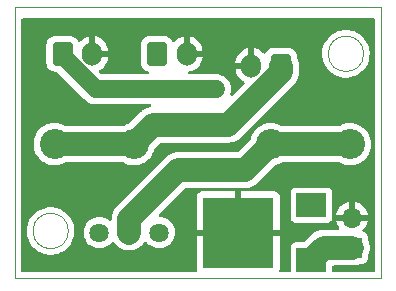
<source format=gtl>
G04 #@! TF.GenerationSoftware,KiCad,Pcbnew,(6.0.0)*
G04 #@! TF.CreationDate,2022-01-28T16:52:25+09:00*
G04 #@! TF.ProjectId,power_module_new_clube_member,706f7765-725f-46d6-9f64-756c655f6e65,rev?*
G04 #@! TF.SameCoordinates,Original*
G04 #@! TF.FileFunction,Copper,L1,Top*
G04 #@! TF.FilePolarity,Positive*
%FSLAX46Y46*%
G04 Gerber Fmt 4.6, Leading zero omitted, Abs format (unit mm)*
G04 Created by KiCad (PCBNEW (6.0.0)) date 2022-01-28 16:52:25*
%MOMM*%
%LPD*%
G01*
G04 APERTURE LIST*
G04 Aperture macros list*
%AMRoundRect*
0 Rectangle with rounded corners*
0 $1 Rounding radius*
0 $2 $3 $4 $5 $6 $7 $8 $9 X,Y pos of 4 corners*
0 Add a 4 corners polygon primitive as box body*
4,1,4,$2,$3,$4,$5,$6,$7,$8,$9,$2,$3,0*
0 Add four circle primitives for the rounded corners*
1,1,$1+$1,$2,$3*
1,1,$1+$1,$4,$5*
1,1,$1+$1,$6,$7*
1,1,$1+$1,$8,$9*
0 Add four rect primitives between the rounded corners*
20,1,$1+$1,$2,$3,$4,$5,0*
20,1,$1+$1,$4,$5,$6,$7,0*
20,1,$1+$1,$6,$7,$8,$9,0*
20,1,$1+$1,$8,$9,$2,$3,0*%
G04 Aperture macros list end*
G04 #@! TA.AperFunction,Profile*
%ADD10C,0.050000*%
G04 #@! TD*
G04 #@! TA.AperFunction,ComponentPad*
%ADD11RoundRect,0.250000X0.600000X0.750000X-0.600000X0.750000X-0.600000X-0.750000X0.600000X-0.750000X0*%
G04 #@! TD*
G04 #@! TA.AperFunction,ComponentPad*
%ADD12O,1.700000X2.000000*%
G04 #@! TD*
G04 #@! TA.AperFunction,ComponentPad*
%ADD13RoundRect,0.250000X-0.600000X-0.750000X0.600000X-0.750000X0.600000X0.750000X-0.600000X0.750000X0*%
G04 #@! TD*
G04 #@! TA.AperFunction,ComponentPad*
%ADD14C,1.635000*%
G04 #@! TD*
G04 #@! TA.AperFunction,ComponentPad*
%ADD15C,2.550000*%
G04 #@! TD*
G04 #@! TA.AperFunction,SMDPad,CuDef*
%ADD16R,6.000000X6.000000*%
G04 #@! TD*
G04 #@! TA.AperFunction,SMDPad,CuDef*
%ADD17R,2.500000X2.000000*%
G04 #@! TD*
G04 #@! TA.AperFunction,ComponentPad*
%ADD18R,1.700000X1.700000*%
G04 #@! TD*
G04 #@! TA.AperFunction,ComponentPad*
%ADD19O,1.700000X1.700000*%
G04 #@! TD*
G04 #@! TA.AperFunction,ViaPad*
%ADD20C,0.800000*%
G04 #@! TD*
G04 #@! TA.AperFunction,Conductor*
%ADD21C,1.500000*%
G04 #@! TD*
G04 #@! TA.AperFunction,Conductor*
%ADD22C,2.000000*%
G04 #@! TD*
G04 APERTURE END LIST*
D10*
X96000000Y-68500000D02*
X96000000Y-69500000D01*
X127000000Y-68500000D02*
X96000000Y-68500000D01*
X127000000Y-69500000D02*
X127000000Y-68500000D01*
X96000000Y-69500000D02*
X96000000Y-91500000D01*
X127000000Y-91500000D02*
X127000000Y-69500000D01*
X96000000Y-91500000D02*
X127000000Y-91500000D01*
X125500000Y-72500000D02*
G75*
G03*
X125500000Y-72500000I-1500000J0D01*
G01*
X100500000Y-87500000D02*
G75*
G03*
X100500000Y-87500000I-1500000J0D01*
G01*
D11*
X118500000Y-73500000D03*
D12*
X116000000Y-73500000D03*
X102500000Y-72500000D03*
D13*
X100000000Y-72500000D03*
X108000000Y-72500000D03*
D12*
X110500000Y-72500000D03*
D14*
X108202500Y-87630000D03*
X105662500Y-87630000D03*
X103122500Y-87630000D03*
D15*
X106035000Y-80145000D03*
X99335000Y-80145000D03*
X117650000Y-80145000D03*
X124350000Y-80145000D03*
D16*
X114880000Y-87630000D03*
D17*
X121080000Y-89930000D03*
X121080000Y-85330000D03*
D18*
X124500000Y-88905000D03*
D19*
X124500000Y-86365000D03*
D20*
X100000000Y-84500000D03*
X123000000Y-75500000D03*
X121080000Y-85330000D03*
X113000000Y-75500000D03*
D21*
X102805095Y-75500000D02*
X113000000Y-75500000D01*
X100000000Y-72694905D02*
X102805095Y-75500000D01*
X100000000Y-72500000D02*
X100000000Y-72694905D01*
D22*
X118500000Y-74048458D02*
X118500000Y-73500000D01*
X107680000Y-78500000D02*
X114048458Y-78500000D01*
X114048458Y-78500000D02*
X118500000Y-74048458D01*
X106035000Y-80145000D02*
X107680000Y-78500000D01*
X122105000Y-88905000D02*
X121080000Y-89930000D01*
X124500000Y-88905000D02*
X122105000Y-88905000D01*
X105662500Y-86473881D02*
X105662500Y-87630000D01*
X109791861Y-82344520D02*
X105662500Y-86473881D01*
X115450480Y-82344520D02*
X109791861Y-82344520D01*
X117650000Y-80145000D02*
X115450480Y-82344520D01*
X117650000Y-80145000D02*
X124350000Y-80145000D01*
X106035000Y-80145000D02*
X99335000Y-80145000D01*
G04 #@! TA.AperFunction,Conductor*
G36*
X126434121Y-69520002D02*
G01*
X126480614Y-69573658D01*
X126492000Y-69626000D01*
X126492000Y-90866000D01*
X126471998Y-90934121D01*
X126418342Y-90980614D01*
X126366000Y-90992000D01*
X122964500Y-90992000D01*
X122896379Y-90971998D01*
X122849886Y-90918342D01*
X122838500Y-90866000D01*
X122838500Y-90539500D01*
X122858502Y-90471379D01*
X122912158Y-90424886D01*
X122964500Y-90413500D01*
X124561001Y-90413500D01*
X124563509Y-90413298D01*
X124563514Y-90413298D01*
X124736924Y-90399346D01*
X124736929Y-90399345D01*
X124741965Y-90398940D01*
X124746873Y-90397734D01*
X124746876Y-90397734D01*
X124972792Y-90342244D01*
X124977706Y-90341037D01*
X124982358Y-90339062D01*
X124982362Y-90339061D01*
X125136776Y-90273516D01*
X125186008Y-90263500D01*
X125398134Y-90263500D01*
X125460316Y-90256745D01*
X125596705Y-90205615D01*
X125713261Y-90118261D01*
X125800615Y-90001705D01*
X125851745Y-89865316D01*
X125858500Y-89803134D01*
X125858500Y-89598793D01*
X125866869Y-89553639D01*
X125950020Y-89337022D01*
X125950021Y-89337018D01*
X125951833Y-89332298D01*
X125964056Y-89273792D01*
X126000440Y-89099631D01*
X126000440Y-89099627D01*
X126001474Y-89094680D01*
X126012486Y-88852183D01*
X126007870Y-88812285D01*
X125985167Y-88616071D01*
X125985166Y-88616067D01*
X125984585Y-88611044D01*
X125970526Y-88561358D01*
X125919866Y-88382331D01*
X125918490Y-88377468D01*
X125916356Y-88372892D01*
X125916354Y-88372886D01*
X125870305Y-88274134D01*
X125858500Y-88220884D01*
X125858500Y-88006866D01*
X125851745Y-87944684D01*
X125800615Y-87808295D01*
X125713261Y-87691739D01*
X125596705Y-87604385D01*
X125477687Y-87559767D01*
X125420923Y-87517125D01*
X125396223Y-87450564D01*
X125411430Y-87381215D01*
X125432977Y-87352535D01*
X125534052Y-87251812D01*
X125540730Y-87243965D01*
X125665003Y-87071020D01*
X125670313Y-87062183D01*
X125764670Y-86871267D01*
X125768469Y-86861672D01*
X125830377Y-86657910D01*
X125832555Y-86647837D01*
X125833986Y-86636962D01*
X125831775Y-86622778D01*
X125818617Y-86619000D01*
X123183225Y-86619000D01*
X123169694Y-86622973D01*
X123168257Y-86632966D01*
X123198565Y-86767446D01*
X123201645Y-86777275D01*
X123281770Y-86974603D01*
X123286413Y-86983794D01*
X123397694Y-87165388D01*
X123403772Y-87173692D01*
X123416168Y-87188002D01*
X123445651Y-87252587D01*
X123435537Y-87322860D01*
X123389036Y-87376508D01*
X123320931Y-87396500D01*
X122129016Y-87396500D01*
X122125498Y-87396451D01*
X122030850Y-87393807D01*
X122030847Y-87393807D01*
X122025795Y-87393666D01*
X121947902Y-87404059D01*
X121941361Y-87404758D01*
X121912668Y-87407067D01*
X121868077Y-87410654D01*
X121868073Y-87410655D01*
X121863035Y-87411060D01*
X121831122Y-87418899D01*
X121817742Y-87421426D01*
X121785180Y-87425771D01*
X121780339Y-87427232D01*
X121780337Y-87427233D01*
X121709971Y-87448478D01*
X121703610Y-87450219D01*
X121627294Y-87468963D01*
X121622634Y-87470941D01*
X121597049Y-87481801D01*
X121584239Y-87486438D01*
X121552792Y-87495933D01*
X121548244Y-87498151D01*
X121548237Y-87498154D01*
X121482182Y-87530371D01*
X121476180Y-87533107D01*
X121449067Y-87544616D01*
X121403844Y-87563812D01*
X121379532Y-87579123D01*
X121376044Y-87581319D01*
X121364140Y-87587945D01*
X121334612Y-87602346D01*
X121330475Y-87605265D01*
X121330474Y-87605265D01*
X121270403Y-87647641D01*
X121264914Y-87651301D01*
X121209245Y-87686358D01*
X121198433Y-87693167D01*
X121194644Y-87696508D01*
X121194638Y-87696512D01*
X121173783Y-87714898D01*
X121163088Y-87723344D01*
X121136253Y-87742274D01*
X121114750Y-87761909D01*
X121075034Y-87801625D01*
X121069264Y-87807044D01*
X121020142Y-87850350D01*
X121020139Y-87850353D01*
X121016345Y-87853698D01*
X121013135Y-87857606D01*
X121013134Y-87857607D01*
X120989821Y-87885989D01*
X120981551Y-87895108D01*
X120492064Y-88384595D01*
X120429752Y-88418621D01*
X120402969Y-88421500D01*
X119781866Y-88421500D01*
X119719684Y-88428255D01*
X119583295Y-88479385D01*
X119466739Y-88566739D01*
X119379385Y-88683295D01*
X119328255Y-88819684D01*
X119321500Y-88881866D01*
X119321500Y-90866000D01*
X119301498Y-90934121D01*
X119247842Y-90980614D01*
X119195500Y-90992000D01*
X118468657Y-90992000D01*
X118400536Y-90971998D01*
X118354043Y-90918342D01*
X118343939Y-90848068D01*
X118350675Y-90821770D01*
X118378478Y-90747606D01*
X118382105Y-90732351D01*
X118387631Y-90681486D01*
X118388000Y-90674672D01*
X118388000Y-87902115D01*
X118383525Y-87886876D01*
X118382135Y-87885671D01*
X118374452Y-87884000D01*
X111390116Y-87884000D01*
X111374877Y-87888475D01*
X111373672Y-87889865D01*
X111372001Y-87897548D01*
X111372001Y-90674669D01*
X111372371Y-90681490D01*
X111377895Y-90732352D01*
X111381521Y-90747603D01*
X111409325Y-90821770D01*
X111414508Y-90892577D01*
X111380587Y-90954946D01*
X111318332Y-90989076D01*
X111291343Y-90992000D01*
X96634000Y-90992000D01*
X96565879Y-90971998D01*
X96519386Y-90918342D01*
X96508000Y-90866000D01*
X96508000Y-87478924D01*
X96987418Y-87478924D01*
X96987835Y-87486150D01*
X97003179Y-87752257D01*
X97004004Y-87756462D01*
X97004005Y-87756470D01*
X97030349Y-87890743D01*
X97055889Y-88020923D01*
X97057276Y-88024974D01*
X97142582Y-88274134D01*
X97144573Y-88279950D01*
X97195630Y-88381465D01*
X97209495Y-88409032D01*
X97267591Y-88524544D01*
X97270017Y-88528073D01*
X97270020Y-88528079D01*
X97355749Y-88652814D01*
X97422666Y-88750179D01*
X97606929Y-88952681D01*
X97816969Y-89128302D01*
X97820595Y-89130577D01*
X97820597Y-89130578D01*
X97838654Y-89141905D01*
X98048901Y-89273792D01*
X98052803Y-89275554D01*
X98052807Y-89275556D01*
X98294520Y-89384694D01*
X98294524Y-89384696D01*
X98298432Y-89386460D01*
X98302551Y-89387680D01*
X98556832Y-89463002D01*
X98556837Y-89463003D01*
X98560945Y-89464220D01*
X98565179Y-89464868D01*
X98565184Y-89464869D01*
X98827340Y-89504984D01*
X98827342Y-89504984D01*
X98831582Y-89505633D01*
X98970913Y-89507822D01*
X99101045Y-89509867D01*
X99101051Y-89509867D01*
X99105336Y-89509934D01*
X99377141Y-89477042D01*
X99641967Y-89407566D01*
X99894914Y-89302792D01*
X100131301Y-89164658D01*
X100346754Y-88995722D01*
X100350072Y-88992299D01*
X100490721Y-88847159D01*
X100537286Y-88799108D01*
X100539819Y-88795660D01*
X100539823Y-88795655D01*
X100696834Y-88581909D01*
X100699372Y-88578454D01*
X100705733Y-88566739D01*
X100827962Y-88341621D01*
X100827963Y-88341619D01*
X100830012Y-88337845D01*
X100926789Y-88081732D01*
X100968973Y-87897548D01*
X100986954Y-87819038D01*
X100986955Y-87819034D01*
X100987912Y-87814854D01*
X100988498Y-87808295D01*
X101004411Y-87630000D01*
X101791435Y-87630000D01*
X101811657Y-87861137D01*
X101813081Y-87866450D01*
X101813081Y-87866452D01*
X101849795Y-88003469D01*
X101871708Y-88085251D01*
X101874030Y-88090232D01*
X101874031Y-88090233D01*
X101960607Y-88275894D01*
X101969764Y-88295532D01*
X102102845Y-88485592D01*
X102266908Y-88649655D01*
X102271416Y-88652812D01*
X102271419Y-88652814D01*
X102350778Y-88708381D01*
X102456967Y-88782736D01*
X102461949Y-88785059D01*
X102461954Y-88785062D01*
X102655420Y-88875276D01*
X102667249Y-88880792D01*
X102672557Y-88882214D01*
X102672559Y-88882215D01*
X102886048Y-88939419D01*
X102886050Y-88939419D01*
X102891363Y-88940843D01*
X103122500Y-88961065D01*
X103353637Y-88940843D01*
X103358950Y-88939419D01*
X103358952Y-88939419D01*
X103572441Y-88882215D01*
X103572443Y-88882214D01*
X103577751Y-88880792D01*
X103589580Y-88875276D01*
X103783046Y-88785062D01*
X103783051Y-88785059D01*
X103788033Y-88782736D01*
X103894222Y-88708381D01*
X103973581Y-88652814D01*
X103973584Y-88652812D01*
X103978092Y-88649655D01*
X104142155Y-88485592D01*
X104178908Y-88433103D01*
X104234365Y-88388774D01*
X104304984Y-88381465D01*
X104368345Y-88413495D01*
X104388741Y-88438231D01*
X104447968Y-88532283D01*
X104447976Y-88532293D01*
X104450667Y-88536567D01*
X104454012Y-88540361D01*
X104607850Y-88714858D01*
X104607853Y-88714861D01*
X104611198Y-88718655D01*
X104615106Y-88721865D01*
X104615107Y-88721866D01*
X104779912Y-88857237D01*
X104798778Y-88872734D01*
X104903678Y-88933788D01*
X104916624Y-88941322D01*
X105008578Y-88994841D01*
X105013301Y-88996654D01*
X105230478Y-89080020D01*
X105230482Y-89080021D01*
X105235202Y-89081833D01*
X105240152Y-89082867D01*
X105240155Y-89082868D01*
X105467869Y-89130440D01*
X105467873Y-89130440D01*
X105472820Y-89131474D01*
X105715317Y-89142486D01*
X105720337Y-89141905D01*
X105720341Y-89141905D01*
X105951429Y-89115167D01*
X105951433Y-89115166D01*
X105956456Y-89114585D01*
X105961320Y-89113209D01*
X105961323Y-89113208D01*
X106185169Y-89049866D01*
X106185168Y-89049866D01*
X106190032Y-89048490D01*
X106194608Y-89046356D01*
X106194614Y-89046354D01*
X106405454Y-88948038D01*
X106405458Y-88948036D01*
X106410036Y-88945901D01*
X106610807Y-88809456D01*
X106787181Y-88642668D01*
X106811360Y-88611044D01*
X106931542Y-88453852D01*
X106931543Y-88453851D01*
X106934620Y-88449826D01*
X106937013Y-88445363D01*
X106939754Y-88441110D01*
X106942433Y-88442837D01*
X106981326Y-88401025D01*
X107050109Y-88383436D01*
X107117483Y-88405827D01*
X107148881Y-88437086D01*
X107182845Y-88485592D01*
X107346908Y-88649655D01*
X107351416Y-88652812D01*
X107351419Y-88652814D01*
X107430778Y-88708381D01*
X107536967Y-88782736D01*
X107541949Y-88785059D01*
X107541954Y-88785062D01*
X107735420Y-88875276D01*
X107747249Y-88880792D01*
X107752557Y-88882214D01*
X107752559Y-88882215D01*
X107966048Y-88939419D01*
X107966050Y-88939419D01*
X107971363Y-88940843D01*
X108202500Y-88961065D01*
X108433637Y-88940843D01*
X108438950Y-88939419D01*
X108438952Y-88939419D01*
X108652441Y-88882215D01*
X108652443Y-88882214D01*
X108657751Y-88880792D01*
X108669580Y-88875276D01*
X108863046Y-88785062D01*
X108863051Y-88785059D01*
X108868033Y-88782736D01*
X108974222Y-88708381D01*
X109053581Y-88652814D01*
X109053584Y-88652812D01*
X109058092Y-88649655D01*
X109222155Y-88485592D01*
X109355236Y-88295532D01*
X109364394Y-88275894D01*
X109450969Y-88090233D01*
X109450970Y-88090232D01*
X109453292Y-88085251D01*
X109475206Y-88003469D01*
X109511919Y-87866452D01*
X109511919Y-87866450D01*
X109513343Y-87861137D01*
X109533565Y-87630000D01*
X109513343Y-87398863D01*
X109506018Y-87371525D01*
X109502363Y-87357885D01*
X111372000Y-87357885D01*
X111376475Y-87373124D01*
X111377865Y-87374329D01*
X111385548Y-87376000D01*
X114607885Y-87376000D01*
X114623124Y-87371525D01*
X114624329Y-87370135D01*
X114626000Y-87362452D01*
X114626000Y-87357885D01*
X115134000Y-87357885D01*
X115138475Y-87373124D01*
X115139865Y-87374329D01*
X115147548Y-87376000D01*
X118369884Y-87376000D01*
X118385123Y-87371525D01*
X118386328Y-87370135D01*
X118387999Y-87362452D01*
X118387999Y-86378134D01*
X119321500Y-86378134D01*
X119328255Y-86440316D01*
X119379385Y-86576705D01*
X119466739Y-86693261D01*
X119583295Y-86780615D01*
X119719684Y-86831745D01*
X119781866Y-86838500D01*
X122378134Y-86838500D01*
X122440316Y-86831745D01*
X122576705Y-86780615D01*
X122693261Y-86693261D01*
X122780615Y-86576705D01*
X122831745Y-86440316D01*
X122838500Y-86378134D01*
X122838500Y-86099183D01*
X123164389Y-86099183D01*
X123165912Y-86107607D01*
X123178292Y-86111000D01*
X124227885Y-86111000D01*
X124243124Y-86106525D01*
X124244329Y-86105135D01*
X124246000Y-86097452D01*
X124246000Y-86092885D01*
X124754000Y-86092885D01*
X124758475Y-86108124D01*
X124759865Y-86109329D01*
X124767548Y-86111000D01*
X125818344Y-86111000D01*
X125831875Y-86107027D01*
X125833180Y-86097947D01*
X125791214Y-85930875D01*
X125787894Y-85921124D01*
X125702972Y-85725814D01*
X125698105Y-85716739D01*
X125582426Y-85537926D01*
X125576136Y-85529757D01*
X125432806Y-85372240D01*
X125425273Y-85365215D01*
X125258139Y-85233222D01*
X125249552Y-85227517D01*
X125063117Y-85124599D01*
X125053705Y-85120369D01*
X124852959Y-85049280D01*
X124842988Y-85046646D01*
X124771837Y-85033972D01*
X124758540Y-85035432D01*
X124754000Y-85049989D01*
X124754000Y-86092885D01*
X124246000Y-86092885D01*
X124246000Y-85048102D01*
X124242082Y-85034758D01*
X124227806Y-85032771D01*
X124189324Y-85038660D01*
X124179288Y-85041051D01*
X123976868Y-85107212D01*
X123967359Y-85111209D01*
X123778463Y-85209542D01*
X123769738Y-85215036D01*
X123599433Y-85342905D01*
X123591726Y-85349748D01*
X123444590Y-85503717D01*
X123438104Y-85511727D01*
X123318098Y-85687649D01*
X123313000Y-85696623D01*
X123223338Y-85889783D01*
X123219775Y-85899470D01*
X123164389Y-86099183D01*
X122838500Y-86099183D01*
X122838500Y-84281866D01*
X122831745Y-84219684D01*
X122780615Y-84083295D01*
X122693261Y-83966739D01*
X122576705Y-83879385D01*
X122440316Y-83828255D01*
X122378134Y-83821500D01*
X119781866Y-83821500D01*
X119719684Y-83828255D01*
X119583295Y-83879385D01*
X119466739Y-83966739D01*
X119379385Y-84083295D01*
X119328255Y-84219684D01*
X119321500Y-84281866D01*
X119321500Y-86378134D01*
X118387999Y-86378134D01*
X118387999Y-84585331D01*
X118387629Y-84578510D01*
X118382105Y-84527648D01*
X118378479Y-84512396D01*
X118333324Y-84391946D01*
X118324786Y-84376351D01*
X118248285Y-84274276D01*
X118235724Y-84261715D01*
X118133649Y-84185214D01*
X118118054Y-84176676D01*
X117997606Y-84131522D01*
X117982351Y-84127895D01*
X117931486Y-84122369D01*
X117924672Y-84122000D01*
X115152115Y-84122000D01*
X115136876Y-84126475D01*
X115135671Y-84127865D01*
X115134000Y-84135548D01*
X115134000Y-87357885D01*
X114626000Y-87357885D01*
X114626000Y-84140116D01*
X114621525Y-84124877D01*
X114620135Y-84123672D01*
X114612452Y-84122001D01*
X111835331Y-84122001D01*
X111828510Y-84122371D01*
X111777648Y-84127895D01*
X111762396Y-84131521D01*
X111641946Y-84176676D01*
X111626351Y-84185214D01*
X111524276Y-84261715D01*
X111511715Y-84274276D01*
X111435214Y-84376351D01*
X111426676Y-84391946D01*
X111381522Y-84512394D01*
X111377895Y-84527649D01*
X111372369Y-84578514D01*
X111372000Y-84585328D01*
X111372000Y-87357885D01*
X109502363Y-87357885D01*
X109454715Y-87180059D01*
X109454714Y-87180057D01*
X109453292Y-87174749D01*
X109448927Y-87165388D01*
X109357559Y-86969449D01*
X109357557Y-86969446D01*
X109355236Y-86964468D01*
X109222155Y-86774408D01*
X109058092Y-86610345D01*
X109053584Y-86607188D01*
X109053581Y-86607186D01*
X108937022Y-86525571D01*
X108868033Y-86477264D01*
X108863051Y-86474941D01*
X108863046Y-86474938D01*
X108662733Y-86381531D01*
X108662732Y-86381530D01*
X108657751Y-86379208D01*
X108652443Y-86377786D01*
X108652441Y-86377785D01*
X108438952Y-86320581D01*
X108438950Y-86320581D01*
X108433637Y-86319157D01*
X108258606Y-86303844D01*
X108192489Y-86277981D01*
X108150850Y-86220477D01*
X108146909Y-86149590D01*
X108180494Y-86089228D01*
X109219734Y-85049989D01*
X110379798Y-83889925D01*
X110442110Y-83855899D01*
X110468893Y-83853020D01*
X115426464Y-83853020D01*
X115429982Y-83853069D01*
X115524630Y-83855713D01*
X115524633Y-83855713D01*
X115529685Y-83855854D01*
X115607578Y-83845461D01*
X115614119Y-83844762D01*
X115642812Y-83842453D01*
X115687403Y-83838866D01*
X115687407Y-83838865D01*
X115692445Y-83838460D01*
X115724358Y-83830621D01*
X115737738Y-83828094D01*
X115770300Y-83823749D01*
X115775141Y-83822288D01*
X115775143Y-83822287D01*
X115845509Y-83801042D01*
X115851872Y-83799301D01*
X115928186Y-83780557D01*
X115958432Y-83767719D01*
X115971243Y-83763081D01*
X115997842Y-83755050D01*
X116002688Y-83753587D01*
X116007236Y-83751369D01*
X116007243Y-83751366D01*
X116073298Y-83719149D01*
X116079300Y-83716413D01*
X116123984Y-83697445D01*
X116151636Y-83685708D01*
X116179436Y-83668201D01*
X116191340Y-83661575D01*
X116220868Y-83647174D01*
X116285080Y-83601877D01*
X116290566Y-83598219D01*
X116352766Y-83559049D01*
X116352767Y-83559048D01*
X116357047Y-83556353D01*
X116360836Y-83553012D01*
X116360842Y-83553008D01*
X116381697Y-83534622D01*
X116392392Y-83526176D01*
X116395343Y-83524094D01*
X116419227Y-83507246D01*
X116440730Y-83487611D01*
X116480446Y-83447895D01*
X116486216Y-83442476D01*
X116535338Y-83399170D01*
X116535341Y-83399167D01*
X116539135Y-83395822D01*
X116565659Y-83363531D01*
X116573929Y-83354412D01*
X118018167Y-81910174D01*
X118075182Y-81877421D01*
X118227756Y-81837252D01*
X118227759Y-81837251D01*
X118232279Y-81836061D01*
X118236576Y-81834215D01*
X118471549Y-81733263D01*
X118471552Y-81733261D01*
X118475838Y-81731420D01*
X118479804Y-81728966D01*
X118479817Y-81728959D01*
X118571286Y-81672356D01*
X118637589Y-81653500D01*
X123355465Y-81653500D01*
X123414130Y-81667991D01*
X123636837Y-81785163D01*
X123641260Y-81786708D01*
X123641261Y-81786708D01*
X123785998Y-81837252D01*
X123887102Y-81872559D01*
X123891695Y-81873431D01*
X124142947Y-81921133D01*
X124142950Y-81921133D01*
X124147536Y-81922004D01*
X124273411Y-81926950D01*
X124407750Y-81932228D01*
X124407755Y-81932228D01*
X124412418Y-81932411D01*
X124515397Y-81921133D01*
X124671275Y-81904062D01*
X124671280Y-81904061D01*
X124675928Y-81903552D01*
X124742250Y-81886091D01*
X124927756Y-81837252D01*
X124927759Y-81837251D01*
X124932279Y-81836061D01*
X124936576Y-81834215D01*
X125171544Y-81733265D01*
X125171548Y-81733263D01*
X125175838Y-81731420D01*
X125278337Y-81667992D01*
X125397282Y-81594387D01*
X125397286Y-81594384D01*
X125401255Y-81591928D01*
X125603577Y-81420649D01*
X125623091Y-81398398D01*
X125775278Y-81224862D01*
X125775281Y-81224857D01*
X125778360Y-81221347D01*
X125803802Y-81181794D01*
X125864671Y-81087161D01*
X125921765Y-80998399D01*
X126030641Y-80756703D01*
X126102596Y-80501570D01*
X126136050Y-80238603D01*
X126138501Y-80145000D01*
X126128568Y-80011334D01*
X126119202Y-79885295D01*
X126119201Y-79885291D01*
X126118856Y-79880643D01*
X126060352Y-79622093D01*
X126050966Y-79597956D01*
X125965968Y-79379383D01*
X125965967Y-79379380D01*
X125964275Y-79375030D01*
X125832735Y-79144883D01*
X125668621Y-78936706D01*
X125475540Y-78755074D01*
X125304617Y-78636500D01*
X125261575Y-78606640D01*
X125261572Y-78606638D01*
X125257733Y-78603975D01*
X125253543Y-78601909D01*
X125253540Y-78601907D01*
X125024172Y-78488796D01*
X125024169Y-78488795D01*
X125019984Y-78486731D01*
X124973097Y-78471722D01*
X124771962Y-78407338D01*
X124771964Y-78407338D01*
X124767517Y-78405915D01*
X124594354Y-78377714D01*
X124510490Y-78364056D01*
X124510489Y-78364056D01*
X124505878Y-78363305D01*
X124373347Y-78361570D01*
X124245492Y-78359896D01*
X124245489Y-78359896D01*
X124240815Y-78359835D01*
X123978150Y-78395582D01*
X123973660Y-78396891D01*
X123973654Y-78396892D01*
X123865430Y-78428437D01*
X123723654Y-78469761D01*
X123719407Y-78471719D01*
X123719404Y-78471720D01*
X123719400Y-78471722D01*
X123482918Y-78580742D01*
X123429336Y-78615872D01*
X123360251Y-78636500D01*
X118644043Y-78636500D01*
X118572224Y-78614028D01*
X118557733Y-78603975D01*
X118553543Y-78601909D01*
X118553540Y-78601907D01*
X118324172Y-78488796D01*
X118324169Y-78488795D01*
X118319984Y-78486731D01*
X118273097Y-78471722D01*
X118071962Y-78407338D01*
X118071964Y-78407338D01*
X118067517Y-78405915D01*
X117894354Y-78377714D01*
X117810490Y-78364056D01*
X117810489Y-78364056D01*
X117805878Y-78363305D01*
X117673347Y-78361570D01*
X117545492Y-78359896D01*
X117545489Y-78359896D01*
X117540815Y-78359835D01*
X117278150Y-78395582D01*
X117273660Y-78396891D01*
X117273654Y-78396892D01*
X117165430Y-78428437D01*
X117023654Y-78469761D01*
X117019407Y-78471719D01*
X117019404Y-78471720D01*
X117019400Y-78471722D01*
X116782918Y-78580742D01*
X116779009Y-78583305D01*
X116565143Y-78723521D01*
X116565138Y-78723525D01*
X116561230Y-78726087D01*
X116363460Y-78902603D01*
X116193954Y-79106412D01*
X116056434Y-79333038D01*
X116054625Y-79337352D01*
X116054624Y-79337354D01*
X115963504Y-79554650D01*
X115953922Y-79577500D01*
X115952771Y-79582032D01*
X115918114Y-79718494D01*
X115885086Y-79776573D01*
X114862544Y-80799115D01*
X114800232Y-80833141D01*
X114773449Y-80836020D01*
X109815863Y-80836020D01*
X109812344Y-80835971D01*
X109717711Y-80833327D01*
X109717708Y-80833327D01*
X109712656Y-80833186D01*
X109634763Y-80843579D01*
X109628222Y-80844278D01*
X109599529Y-80846587D01*
X109554938Y-80850174D01*
X109554934Y-80850175D01*
X109549896Y-80850580D01*
X109517983Y-80858419D01*
X109504603Y-80860946D01*
X109472041Y-80865291D01*
X109467200Y-80866752D01*
X109467198Y-80866753D01*
X109396832Y-80887998D01*
X109390471Y-80889739D01*
X109314155Y-80908483D01*
X109309495Y-80910461D01*
X109283910Y-80921321D01*
X109271100Y-80925958D01*
X109239653Y-80935453D01*
X109235105Y-80937671D01*
X109235098Y-80937674D01*
X109169043Y-80969891D01*
X109163041Y-80972627D01*
X109118357Y-80991595D01*
X109090705Y-81003332D01*
X109066393Y-81018643D01*
X109062905Y-81020839D01*
X109051001Y-81027465D01*
X109021473Y-81041866D01*
X109017336Y-81044785D01*
X109017335Y-81044785D01*
X108957264Y-81087161D01*
X108951775Y-81090821D01*
X108921785Y-81109707D01*
X108885294Y-81132687D01*
X108881505Y-81136028D01*
X108881499Y-81136032D01*
X108860644Y-81154418D01*
X108849949Y-81162864D01*
X108823114Y-81181794D01*
X108801611Y-81201429D01*
X108761895Y-81241145D01*
X108756125Y-81246564D01*
X108707003Y-81289870D01*
X108707000Y-81289873D01*
X108703206Y-81293218D01*
X108699996Y-81297126D01*
X108699995Y-81297127D01*
X108676682Y-81325509D01*
X108668412Y-81334628D01*
X104612834Y-85390206D01*
X104610312Y-85392660D01*
X104537819Y-85461213D01*
X104490092Y-85523638D01*
X104485948Y-85528773D01*
X104435030Y-85588601D01*
X104432411Y-85592926D01*
X104432407Y-85592931D01*
X104418009Y-85616705D01*
X104410337Y-85627952D01*
X104390380Y-85654055D01*
X104356981Y-85716345D01*
X104353261Y-85723282D01*
X104349996Y-85729007D01*
X104309279Y-85796239D01*
X104307384Y-85800930D01*
X104296973Y-85826698D01*
X104291193Y-85839039D01*
X104275669Y-85867990D01*
X104274023Y-85872771D01*
X104274021Y-85872775D01*
X104250088Y-85942282D01*
X104247778Y-85948460D01*
X104218345Y-86021310D01*
X104217223Y-86026249D01*
X104211068Y-86053341D01*
X104207337Y-86066440D01*
X104196638Y-86097512D01*
X104183257Y-86174981D01*
X104181977Y-86181385D01*
X104164565Y-86258025D01*
X104162501Y-86290834D01*
X104160915Y-86304334D01*
X104155321Y-86336717D01*
X104154000Y-86365806D01*
X104154000Y-86421989D01*
X104153751Y-86429900D01*
X104150573Y-86480421D01*
X104149564Y-86496452D01*
X104125325Y-86563183D01*
X104068856Y-86606215D01*
X103998086Y-86611886D01*
X103951542Y-86591754D01*
X103792542Y-86480421D01*
X103792539Y-86480419D01*
X103788033Y-86477264D01*
X103783051Y-86474941D01*
X103783046Y-86474938D01*
X103582733Y-86381531D01*
X103582732Y-86381530D01*
X103577751Y-86379208D01*
X103572443Y-86377786D01*
X103572441Y-86377785D01*
X103358952Y-86320581D01*
X103358950Y-86320581D01*
X103353637Y-86319157D01*
X103122500Y-86298935D01*
X102891363Y-86319157D01*
X102886050Y-86320581D01*
X102886048Y-86320581D01*
X102672559Y-86377785D01*
X102672557Y-86377786D01*
X102667249Y-86379208D01*
X102662268Y-86381530D01*
X102662267Y-86381531D01*
X102461949Y-86474941D01*
X102461946Y-86474943D01*
X102456968Y-86477264D01*
X102266908Y-86610345D01*
X102102845Y-86774408D01*
X101969764Y-86964468D01*
X101967443Y-86969446D01*
X101967441Y-86969449D01*
X101876073Y-87165388D01*
X101871708Y-87174749D01*
X101870286Y-87180057D01*
X101870285Y-87180059D01*
X101818982Y-87371525D01*
X101811657Y-87398863D01*
X101791435Y-87630000D01*
X101004411Y-87630000D01*
X101012031Y-87544616D01*
X101012251Y-87542151D01*
X101012692Y-87500000D01*
X101012315Y-87494470D01*
X100994362Y-87231123D01*
X100994361Y-87231117D01*
X100994070Y-87226846D01*
X100983063Y-87173692D01*
X100943737Y-86983794D01*
X100938550Y-86958747D01*
X100847157Y-86700664D01*
X100843337Y-86693261D01*
X100723550Y-86461178D01*
X100723549Y-86461177D01*
X100721585Y-86457371D01*
X100714799Y-86447715D01*
X100566619Y-86236877D01*
X100566614Y-86236871D01*
X100564155Y-86233372D01*
X100446748Y-86107027D01*
X100380703Y-86035954D01*
X100380700Y-86035951D01*
X100377782Y-86032811D01*
X100374466Y-86030097D01*
X100374463Y-86030094D01*
X100169233Y-85862114D01*
X100169226Y-85862109D01*
X100165915Y-85859399D01*
X99932472Y-85716345D01*
X99928555Y-85714626D01*
X99928552Y-85714624D01*
X99781429Y-85650042D01*
X99681775Y-85606297D01*
X99677647Y-85605121D01*
X99677644Y-85605120D01*
X99596557Y-85582022D01*
X99418462Y-85531290D01*
X99414220Y-85530686D01*
X99414214Y-85530685D01*
X99215596Y-85502418D01*
X99147406Y-85492713D01*
X99003671Y-85491961D01*
X98877908Y-85491302D01*
X98877902Y-85491302D01*
X98873622Y-85491280D01*
X98869378Y-85491839D01*
X98869374Y-85491839D01*
X98750397Y-85507503D01*
X98602177Y-85527016D01*
X98598037Y-85528149D01*
X98598035Y-85528149D01*
X98342238Y-85598127D01*
X98338093Y-85599261D01*
X98086257Y-85706678D01*
X97851329Y-85847280D01*
X97847978Y-85849964D01*
X97847976Y-85849966D01*
X97819506Y-85872775D01*
X97637657Y-86018463D01*
X97449194Y-86217062D01*
X97289428Y-86439400D01*
X97161314Y-86681364D01*
X97067225Y-86938477D01*
X97008899Y-87205980D01*
X96987418Y-87478924D01*
X96508000Y-87478924D01*
X96508000Y-80098183D01*
X97547112Y-80098183D01*
X97547336Y-80102850D01*
X97547336Y-80102855D01*
X97553471Y-80230573D01*
X97559830Y-80362963D01*
X97560743Y-80367551D01*
X97594099Y-80535242D01*
X97611546Y-80622956D01*
X97613125Y-80627354D01*
X97613127Y-80627361D01*
X97657949Y-80752200D01*
X97701123Y-80872449D01*
X97826594Y-81105961D01*
X97985201Y-81318362D01*
X97988510Y-81321642D01*
X97988515Y-81321648D01*
X98091430Y-81423668D01*
X98173462Y-81504987D01*
X98177224Y-81507745D01*
X98177227Y-81507748D01*
X98287918Y-81588910D01*
X98387239Y-81661735D01*
X98391382Y-81663915D01*
X98391384Y-81663916D01*
X98617687Y-81782980D01*
X98617692Y-81782982D01*
X98621837Y-81785163D01*
X98626260Y-81786708D01*
X98626261Y-81786708D01*
X98770998Y-81837252D01*
X98872102Y-81872559D01*
X98876695Y-81873431D01*
X99127947Y-81921133D01*
X99127950Y-81921133D01*
X99132536Y-81922004D01*
X99258411Y-81926950D01*
X99392750Y-81932228D01*
X99392755Y-81932228D01*
X99397418Y-81932411D01*
X99500397Y-81921133D01*
X99656275Y-81904062D01*
X99656280Y-81904061D01*
X99660928Y-81903552D01*
X99727250Y-81886091D01*
X99912756Y-81837252D01*
X99912759Y-81837251D01*
X99917279Y-81836061D01*
X99921576Y-81834215D01*
X100156549Y-81733263D01*
X100156552Y-81733261D01*
X100160838Y-81731420D01*
X100164804Y-81728966D01*
X100164817Y-81728959D01*
X100256286Y-81672356D01*
X100322589Y-81653500D01*
X105040465Y-81653500D01*
X105099130Y-81667991D01*
X105321837Y-81785163D01*
X105326260Y-81786708D01*
X105326261Y-81786708D01*
X105470998Y-81837252D01*
X105572102Y-81872559D01*
X105576695Y-81873431D01*
X105827947Y-81921133D01*
X105827950Y-81921133D01*
X105832536Y-81922004D01*
X105958411Y-81926950D01*
X106092750Y-81932228D01*
X106092755Y-81932228D01*
X106097418Y-81932411D01*
X106200397Y-81921133D01*
X106356275Y-81904062D01*
X106356280Y-81904061D01*
X106360928Y-81903552D01*
X106427250Y-81886091D01*
X106612756Y-81837252D01*
X106612759Y-81837251D01*
X106617279Y-81836061D01*
X106621576Y-81834215D01*
X106856544Y-81733265D01*
X106856548Y-81733263D01*
X106860838Y-81731420D01*
X106963337Y-81667992D01*
X107082282Y-81594387D01*
X107082286Y-81594384D01*
X107086255Y-81591928D01*
X107288577Y-81420649D01*
X107308091Y-81398398D01*
X107460278Y-81224862D01*
X107460281Y-81224857D01*
X107463360Y-81221347D01*
X107488802Y-81181794D01*
X107549671Y-81087161D01*
X107606765Y-80998399D01*
X107715641Y-80756703D01*
X107769176Y-80566885D01*
X107801350Y-80511992D01*
X108267937Y-80045405D01*
X108330249Y-80011379D01*
X108357032Y-80008500D01*
X114024442Y-80008500D01*
X114027960Y-80008549D01*
X114122608Y-80011193D01*
X114122611Y-80011193D01*
X114127663Y-80011334D01*
X114205556Y-80000941D01*
X114212097Y-80000242D01*
X114240790Y-79997933D01*
X114285381Y-79994346D01*
X114285385Y-79994345D01*
X114290423Y-79993940D01*
X114322336Y-79986101D01*
X114335716Y-79983574D01*
X114368278Y-79979229D01*
X114373119Y-79977768D01*
X114373121Y-79977767D01*
X114443487Y-79956522D01*
X114449850Y-79954781D01*
X114526164Y-79936037D01*
X114556410Y-79923199D01*
X114569221Y-79918561D01*
X114595820Y-79910530D01*
X114600666Y-79909067D01*
X114605214Y-79906849D01*
X114605221Y-79906846D01*
X114671276Y-79874629D01*
X114677278Y-79871893D01*
X114721962Y-79852925D01*
X114749614Y-79841188D01*
X114777414Y-79823681D01*
X114789318Y-79817055D01*
X114818846Y-79802654D01*
X114883058Y-79757357D01*
X114888544Y-79753699D01*
X114950744Y-79714529D01*
X114950745Y-79714528D01*
X114955025Y-79711833D01*
X114958814Y-79708492D01*
X114958820Y-79708488D01*
X114979675Y-79690102D01*
X114990370Y-79681656D01*
X114993321Y-79679574D01*
X115017205Y-79662726D01*
X115038708Y-79643091D01*
X115078424Y-79603375D01*
X115084194Y-79597956D01*
X115133316Y-79554650D01*
X115133319Y-79554647D01*
X115137113Y-79551302D01*
X115163637Y-79519011D01*
X115171907Y-79509892D01*
X119549666Y-75132133D01*
X119552188Y-75129679D01*
X119621012Y-75064596D01*
X119621014Y-75064593D01*
X119624681Y-75061126D01*
X119672411Y-74998697D01*
X119676552Y-74993566D01*
X119724191Y-74937591D01*
X119724192Y-74937590D01*
X119727470Y-74933738D01*
X119730089Y-74929413D01*
X119730093Y-74929408D01*
X119744491Y-74905634D01*
X119752163Y-74894387D01*
X119772120Y-74868284D01*
X119809243Y-74799050D01*
X119812507Y-74793326D01*
X119850602Y-74730424D01*
X119853221Y-74726100D01*
X119865528Y-74695639D01*
X119871308Y-74683299D01*
X119884440Y-74658808D01*
X119886831Y-74654349D01*
X119888621Y-74649153D01*
X119912412Y-74580057D01*
X119914722Y-74573879D01*
X119942258Y-74505724D01*
X119944155Y-74501029D01*
X119951432Y-74468997D01*
X119955163Y-74455899D01*
X119965862Y-74424827D01*
X119979243Y-74347358D01*
X119980526Y-74340940D01*
X119996815Y-74269244D01*
X119996815Y-74269243D01*
X119997935Y-74264314D01*
X119999999Y-74231505D01*
X120001585Y-74218005D01*
X120007179Y-74185622D01*
X120007359Y-74181662D01*
X120008436Y-74157952D01*
X120008436Y-74157933D01*
X120008500Y-74156533D01*
X120008500Y-74100350D01*
X120008749Y-74092438D01*
X120012860Y-74027099D01*
X120013178Y-74022045D01*
X120009101Y-73980466D01*
X120008500Y-73968170D01*
X120008500Y-73438999D01*
X120007363Y-73424865D01*
X119994346Y-73263076D01*
X119994345Y-73263071D01*
X119993940Y-73258035D01*
X119989544Y-73240135D01*
X119937244Y-73027208D01*
X119936037Y-73022294D01*
X119926486Y-72999792D01*
X119868516Y-72863224D01*
X119858500Y-72813992D01*
X119858500Y-72699600D01*
X119856502Y-72680342D01*
X119848238Y-72600692D01*
X119848237Y-72600688D01*
X119847526Y-72593834D01*
X119817050Y-72502485D01*
X119809189Y-72478924D01*
X121987418Y-72478924D01*
X121987835Y-72486150D01*
X122003179Y-72752257D01*
X122004004Y-72756462D01*
X122004005Y-72756470D01*
X122031009Y-72894109D01*
X122055889Y-73020923D01*
X122057276Y-73024974D01*
X122138796Y-73263076D01*
X122144573Y-73279950D01*
X122146499Y-73283779D01*
X122209495Y-73409032D01*
X122267591Y-73524544D01*
X122270017Y-73528073D01*
X122270020Y-73528079D01*
X122365434Y-73666906D01*
X122422666Y-73750179D01*
X122606929Y-73952681D01*
X122816969Y-74128302D01*
X122820595Y-74130577D01*
X122820597Y-74130578D01*
X122859719Y-74155119D01*
X123048901Y-74273792D01*
X123052803Y-74275554D01*
X123052807Y-74275556D01*
X123294520Y-74384694D01*
X123294524Y-74384696D01*
X123298432Y-74386460D01*
X123302551Y-74387680D01*
X123556832Y-74463002D01*
X123556837Y-74463003D01*
X123560945Y-74464220D01*
X123565179Y-74464868D01*
X123565184Y-74464869D01*
X123827340Y-74504984D01*
X123827342Y-74504984D01*
X123831582Y-74505633D01*
X123970913Y-74507822D01*
X124101045Y-74509867D01*
X124101051Y-74509867D01*
X124105336Y-74509934D01*
X124377141Y-74477042D01*
X124641967Y-74407566D01*
X124894914Y-74302792D01*
X125016864Y-74231530D01*
X125127598Y-74166822D01*
X125127599Y-74166821D01*
X125131301Y-74164658D01*
X125346754Y-73995722D01*
X125351726Y-73990592D01*
X125526009Y-73810745D01*
X125537286Y-73799108D01*
X125539819Y-73795660D01*
X125539823Y-73795655D01*
X125696834Y-73581909D01*
X125699372Y-73578454D01*
X125725829Y-73529727D01*
X125827962Y-73341621D01*
X125827963Y-73341619D01*
X125830012Y-73337845D01*
X125926789Y-73081732D01*
X125976834Y-72863224D01*
X125986954Y-72819038D01*
X125986955Y-72819034D01*
X125987912Y-72814854D01*
X125990814Y-72782345D01*
X126012031Y-72544616D01*
X126012251Y-72542151D01*
X126012692Y-72500000D01*
X126010964Y-72474653D01*
X125994362Y-72231123D01*
X125994361Y-72231117D01*
X125994070Y-72226846D01*
X125979545Y-72156704D01*
X125956730Y-72046537D01*
X125938550Y-71958747D01*
X125847157Y-71700664D01*
X125844958Y-71696402D01*
X125723550Y-71461178D01*
X125723549Y-71461177D01*
X125721585Y-71457371D01*
X125719122Y-71453866D01*
X125566619Y-71236877D01*
X125566614Y-71236871D01*
X125564155Y-71233372D01*
X125426877Y-71085643D01*
X125380703Y-71035954D01*
X125380700Y-71035951D01*
X125377782Y-71032811D01*
X125374466Y-71030097D01*
X125374463Y-71030094D01*
X125169233Y-70862114D01*
X125169226Y-70862109D01*
X125165915Y-70859399D01*
X124932472Y-70716345D01*
X124928555Y-70714626D01*
X124928552Y-70714624D01*
X124818232Y-70666197D01*
X124681775Y-70606297D01*
X124677647Y-70605121D01*
X124677644Y-70605120D01*
X124596557Y-70582022D01*
X124418462Y-70531290D01*
X124414220Y-70530686D01*
X124414214Y-70530685D01*
X124215596Y-70502418D01*
X124147406Y-70492713D01*
X124003671Y-70491961D01*
X123877908Y-70491302D01*
X123877902Y-70491302D01*
X123873622Y-70491280D01*
X123869378Y-70491839D01*
X123869374Y-70491839D01*
X123750397Y-70507503D01*
X123602177Y-70527016D01*
X123598037Y-70528149D01*
X123598035Y-70528149D01*
X123582251Y-70532467D01*
X123338093Y-70599261D01*
X123086257Y-70706678D01*
X122851329Y-70847280D01*
X122847978Y-70849964D01*
X122847976Y-70849966D01*
X122836202Y-70859399D01*
X122637657Y-71018463D01*
X122449194Y-71217062D01*
X122289428Y-71439400D01*
X122161314Y-71681364D01*
X122067225Y-71938477D01*
X122008899Y-72205980D01*
X121987418Y-72478924D01*
X119809189Y-72478924D01*
X119793868Y-72433002D01*
X119791550Y-72426054D01*
X119698478Y-72275652D01*
X119573303Y-72150695D01*
X119542965Y-72131994D01*
X119428968Y-72061725D01*
X119428966Y-72061724D01*
X119422738Y-72057885D01*
X119303498Y-72018335D01*
X119261389Y-72004368D01*
X119261387Y-72004368D01*
X119254861Y-72002203D01*
X119248025Y-72001503D01*
X119248022Y-72001502D01*
X119204969Y-71997091D01*
X119150400Y-71991500D01*
X118537812Y-71991500D01*
X118532096Y-71991370D01*
X118447183Y-71987514D01*
X118442163Y-71988095D01*
X118442159Y-71988095D01*
X118419950Y-71990665D01*
X118405468Y-71991500D01*
X117849600Y-71991500D01*
X117846354Y-71991837D01*
X117846350Y-71991837D01*
X117750692Y-72001762D01*
X117750688Y-72001763D01*
X117743834Y-72002474D01*
X117737298Y-72004655D01*
X117737296Y-72004655D01*
X117605194Y-72048728D01*
X117576054Y-72058450D01*
X117425652Y-72151522D01*
X117300695Y-72276697D01*
X117296855Y-72282927D01*
X117296854Y-72282928D01*
X117210648Y-72422780D01*
X117157876Y-72470273D01*
X117087804Y-72481697D01*
X117022680Y-72453423D01*
X117012218Y-72443636D01*
X116906766Y-72333094D01*
X116898814Y-72326059D01*
X116722475Y-72194859D01*
X116713438Y-72189255D01*
X116517516Y-72089643D01*
X116507665Y-72085643D01*
X116297760Y-72020466D01*
X116287376Y-72018183D01*
X116271957Y-72016139D01*
X116257793Y-72018335D01*
X116254000Y-72031522D01*
X116254000Y-73628000D01*
X116233998Y-73696121D01*
X116180342Y-73742614D01*
X116128000Y-73754000D01*
X114664030Y-73754000D01*
X114649352Y-73758310D01*
X114647289Y-73770193D01*
X114656124Y-73874325D01*
X114657914Y-73884797D01*
X114713130Y-74097535D01*
X114716665Y-74107575D01*
X114806937Y-74307970D01*
X114812106Y-74317256D01*
X114934850Y-74499575D01*
X114941519Y-74507870D01*
X115093228Y-74666900D01*
X115101186Y-74673941D01*
X115277525Y-74805141D01*
X115286562Y-74810745D01*
X115342520Y-74839195D01*
X115394178Y-74887898D01*
X115411304Y-74956798D01*
X115388462Y-75024020D01*
X115374510Y-75040607D01*
X114414139Y-76000978D01*
X114351827Y-76035004D01*
X114281012Y-76029939D01*
X114224176Y-75987392D01*
X114199365Y-75920872D01*
X114202525Y-75882469D01*
X114248722Y-75690046D01*
X114248722Y-75690045D01*
X114250032Y-75684589D01*
X114262963Y-75460310D01*
X114235975Y-75237285D01*
X114169918Y-75022565D01*
X114156251Y-74996084D01*
X114069454Y-74827919D01*
X114069454Y-74827918D01*
X114066882Y-74822936D01*
X113930123Y-74644708D01*
X113763964Y-74493515D01*
X113759217Y-74490537D01*
X113759214Y-74490535D01*
X113578405Y-74377115D01*
X113573656Y-74374136D01*
X113365217Y-74290344D01*
X113145233Y-74244787D01*
X113140622Y-74244521D01*
X113140621Y-74244521D01*
X113090048Y-74241605D01*
X113090044Y-74241605D01*
X113088225Y-74241500D01*
X110742328Y-74241500D01*
X110674207Y-74221498D01*
X110627714Y-74167842D01*
X110617610Y-74097568D01*
X110647104Y-74032988D01*
X110706830Y-73994604D01*
X110716454Y-73992185D01*
X110886421Y-73956523D01*
X110896617Y-73953463D01*
X111101029Y-73872737D01*
X111110561Y-73868006D01*
X111298462Y-73753984D01*
X111307052Y-73747720D01*
X111473052Y-73603673D01*
X111480472Y-73596042D01*
X111619826Y-73426089D01*
X111625850Y-73417322D01*
X111732266Y-73230376D01*
X114642732Y-73230376D01*
X114646475Y-73243124D01*
X114647865Y-73244329D01*
X114655548Y-73246000D01*
X115727885Y-73246000D01*
X115743124Y-73241525D01*
X115744329Y-73240135D01*
X115746000Y-73232452D01*
X115746000Y-72033808D01*
X115742027Y-72020277D01*
X115731420Y-72018752D01*
X115613579Y-72043477D01*
X115603383Y-72046537D01*
X115398971Y-72127263D01*
X115389439Y-72131994D01*
X115201538Y-72246016D01*
X115192948Y-72252280D01*
X115026948Y-72396327D01*
X115019528Y-72403958D01*
X114880174Y-72573911D01*
X114874150Y-72582678D01*
X114765424Y-72773682D01*
X114760959Y-72783346D01*
X114685969Y-72989941D01*
X114683198Y-73000208D01*
X114643877Y-73217655D01*
X114642944Y-73225884D01*
X114642732Y-73230376D01*
X111732266Y-73230376D01*
X111734576Y-73226318D01*
X111739041Y-73216654D01*
X111814031Y-73010059D01*
X111816802Y-72999792D01*
X111856123Y-72782345D01*
X111857056Y-72774116D01*
X111857268Y-72769624D01*
X111853525Y-72756876D01*
X111852135Y-72755671D01*
X111844452Y-72754000D01*
X110372000Y-72754000D01*
X110303879Y-72733998D01*
X110257386Y-72680342D01*
X110246000Y-72628000D01*
X110246000Y-72227885D01*
X110754000Y-72227885D01*
X110758475Y-72243124D01*
X110759865Y-72244329D01*
X110767548Y-72246000D01*
X111835970Y-72246000D01*
X111850648Y-72241690D01*
X111852711Y-72229807D01*
X111843876Y-72125675D01*
X111842086Y-72115203D01*
X111786870Y-71902465D01*
X111783335Y-71892425D01*
X111693063Y-71692030D01*
X111687894Y-71682744D01*
X111565150Y-71500425D01*
X111558481Y-71492130D01*
X111406772Y-71333100D01*
X111398814Y-71326059D01*
X111222475Y-71194859D01*
X111213438Y-71189255D01*
X111017516Y-71089643D01*
X111007665Y-71085643D01*
X110797760Y-71020466D01*
X110787376Y-71018183D01*
X110771957Y-71016139D01*
X110757793Y-71018335D01*
X110754000Y-71031522D01*
X110754000Y-72227885D01*
X110246000Y-72227885D01*
X110246000Y-71033808D01*
X110242027Y-71020277D01*
X110231420Y-71018752D01*
X110113579Y-71043477D01*
X110103383Y-71046537D01*
X109898971Y-71127263D01*
X109889439Y-71131994D01*
X109701538Y-71246016D01*
X109692948Y-71252280D01*
X109526948Y-71396327D01*
X109519530Y-71403956D01*
X109493609Y-71435569D01*
X109434949Y-71475564D01*
X109363979Y-71477496D01*
X109303230Y-71440752D01*
X109289030Y-71421982D01*
X109202332Y-71281880D01*
X109198478Y-71275652D01*
X109073303Y-71150695D01*
X109042965Y-71131994D01*
X108928968Y-71061725D01*
X108928966Y-71061724D01*
X108922738Y-71057885D01*
X108803498Y-71018335D01*
X108761389Y-71004368D01*
X108761387Y-71004368D01*
X108754861Y-71002203D01*
X108748025Y-71001503D01*
X108748022Y-71001502D01*
X108704969Y-70997091D01*
X108650400Y-70991500D01*
X107349600Y-70991500D01*
X107346354Y-70991837D01*
X107346350Y-70991837D01*
X107250692Y-71001762D01*
X107250688Y-71001763D01*
X107243834Y-71002474D01*
X107237298Y-71004655D01*
X107237296Y-71004655D01*
X107105194Y-71048728D01*
X107076054Y-71058450D01*
X106925652Y-71151522D01*
X106800695Y-71276697D01*
X106796855Y-71282927D01*
X106796854Y-71282928D01*
X106726954Y-71396327D01*
X106707885Y-71427262D01*
X106705581Y-71434209D01*
X106675278Y-71525571D01*
X106652203Y-71595139D01*
X106641500Y-71699600D01*
X106641500Y-73300400D01*
X106652474Y-73406166D01*
X106654655Y-73412702D01*
X106654655Y-73412704D01*
X106693697Y-73529727D01*
X106708450Y-73573946D01*
X106801522Y-73724348D01*
X106926697Y-73849305D01*
X106932927Y-73853145D01*
X106932928Y-73853146D01*
X107070090Y-73937694D01*
X107077262Y-73942115D01*
X107238612Y-73995632D01*
X107239441Y-73995907D01*
X107297801Y-74036337D01*
X107325038Y-74101902D01*
X107312505Y-74171783D01*
X107264180Y-74223795D01*
X107199774Y-74241500D01*
X103378573Y-74241500D01*
X103310452Y-74221498D01*
X103289478Y-74204595D01*
X103125960Y-74041077D01*
X103091934Y-73978765D01*
X103096999Y-73907950D01*
X103139546Y-73851114D01*
X103149689Y-73844263D01*
X103298462Y-73753984D01*
X103307052Y-73747720D01*
X103473052Y-73603673D01*
X103480472Y-73596042D01*
X103619826Y-73426089D01*
X103625850Y-73417322D01*
X103734576Y-73226318D01*
X103739041Y-73216654D01*
X103814031Y-73010059D01*
X103816802Y-72999792D01*
X103856123Y-72782345D01*
X103857056Y-72774116D01*
X103857268Y-72769624D01*
X103853525Y-72756876D01*
X103852135Y-72755671D01*
X103844452Y-72754000D01*
X102372000Y-72754000D01*
X102303879Y-72733998D01*
X102257386Y-72680342D01*
X102246000Y-72628000D01*
X102246000Y-72227885D01*
X102754000Y-72227885D01*
X102758475Y-72243124D01*
X102759865Y-72244329D01*
X102767548Y-72246000D01*
X103835970Y-72246000D01*
X103850648Y-72241690D01*
X103852711Y-72229807D01*
X103843876Y-72125675D01*
X103842086Y-72115203D01*
X103786870Y-71902465D01*
X103783335Y-71892425D01*
X103693063Y-71692030D01*
X103687894Y-71682744D01*
X103565150Y-71500425D01*
X103558481Y-71492130D01*
X103406772Y-71333100D01*
X103398814Y-71326059D01*
X103222475Y-71194859D01*
X103213438Y-71189255D01*
X103017516Y-71089643D01*
X103007665Y-71085643D01*
X102797760Y-71020466D01*
X102787376Y-71018183D01*
X102771957Y-71016139D01*
X102757793Y-71018335D01*
X102754000Y-71031522D01*
X102754000Y-72227885D01*
X102246000Y-72227885D01*
X102246000Y-71033808D01*
X102242027Y-71020277D01*
X102231420Y-71018752D01*
X102113579Y-71043477D01*
X102103383Y-71046537D01*
X101898971Y-71127263D01*
X101889439Y-71131994D01*
X101701538Y-71246016D01*
X101692948Y-71252280D01*
X101526948Y-71396327D01*
X101519530Y-71403956D01*
X101493609Y-71435569D01*
X101434949Y-71475564D01*
X101363979Y-71477496D01*
X101303230Y-71440752D01*
X101289030Y-71421982D01*
X101202332Y-71281880D01*
X101198478Y-71275652D01*
X101073303Y-71150695D01*
X101042965Y-71131994D01*
X100928968Y-71061725D01*
X100928966Y-71061724D01*
X100922738Y-71057885D01*
X100803498Y-71018335D01*
X100761389Y-71004368D01*
X100761387Y-71004368D01*
X100754861Y-71002203D01*
X100748025Y-71001503D01*
X100748022Y-71001502D01*
X100704969Y-70997091D01*
X100650400Y-70991500D01*
X99349600Y-70991500D01*
X99346354Y-70991837D01*
X99346350Y-70991837D01*
X99250692Y-71001762D01*
X99250688Y-71001763D01*
X99243834Y-71002474D01*
X99237298Y-71004655D01*
X99237296Y-71004655D01*
X99105194Y-71048728D01*
X99076054Y-71058450D01*
X98925652Y-71151522D01*
X98800695Y-71276697D01*
X98796855Y-71282927D01*
X98796854Y-71282928D01*
X98726954Y-71396327D01*
X98707885Y-71427262D01*
X98705581Y-71434209D01*
X98675278Y-71525571D01*
X98652203Y-71595139D01*
X98641500Y-71699600D01*
X98641500Y-73300400D01*
X98652474Y-73406166D01*
X98654655Y-73412702D01*
X98654655Y-73412704D01*
X98693697Y-73529727D01*
X98708450Y-73573946D01*
X98801522Y-73724348D01*
X98926697Y-73849305D01*
X98932927Y-73853145D01*
X98932928Y-73853146D01*
X99070090Y-73937694D01*
X99077262Y-73942115D01*
X99117409Y-73955431D01*
X99238611Y-73995632D01*
X99238613Y-73995632D01*
X99245139Y-73997797D01*
X99251975Y-73998497D01*
X99251978Y-73998498D01*
X99295031Y-74002909D01*
X99349600Y-74008500D01*
X99481618Y-74008500D01*
X99549739Y-74028502D01*
X99570713Y-74045405D01*
X101850570Y-76325263D01*
X101861437Y-76337653D01*
X101874972Y-76355292D01*
X101934889Y-76409812D01*
X101935269Y-76410158D01*
X101939564Y-76414257D01*
X101955505Y-76430198D01*
X101975531Y-76446942D01*
X101979486Y-76450392D01*
X102041131Y-76506485D01*
X102045885Y-76509467D01*
X102056325Y-76516016D01*
X102070185Y-76526085D01*
X102083948Y-76537593D01*
X102088829Y-76540377D01*
X102156313Y-76578869D01*
X102160843Y-76581579D01*
X102231439Y-76625864D01*
X102236643Y-76627956D01*
X102248078Y-76632553D01*
X102263508Y-76640012D01*
X102274214Y-76646119D01*
X102274223Y-76646123D01*
X102279088Y-76648898D01*
X102357633Y-76676712D01*
X102362545Y-76678568D01*
X102439878Y-76709656D01*
X102457456Y-76713296D01*
X102473949Y-76717902D01*
X102490854Y-76723888D01*
X102496388Y-76724794D01*
X102496391Y-76724795D01*
X102573072Y-76737352D01*
X102578244Y-76738311D01*
X102659862Y-76755213D01*
X102675493Y-76756114D01*
X102687658Y-76756816D01*
X102700764Y-76758263D01*
X102707009Y-76759286D01*
X102707016Y-76759287D01*
X102712552Y-76760193D01*
X102718166Y-76760105D01*
X102718168Y-76760105D01*
X102819325Y-76758516D01*
X102821304Y-76758500D01*
X107404711Y-76758500D01*
X107472832Y-76778502D01*
X107519325Y-76832158D01*
X107529429Y-76902432D01*
X107499935Y-76967012D01*
X107434768Y-77006862D01*
X107406122Y-77013899D01*
X107392742Y-77016426D01*
X107360180Y-77020771D01*
X107355339Y-77022232D01*
X107355337Y-77022233D01*
X107284971Y-77043478D01*
X107278610Y-77045219D01*
X107202294Y-77063963D01*
X107197634Y-77065941D01*
X107172049Y-77076801D01*
X107159239Y-77081438D01*
X107127792Y-77090933D01*
X107123244Y-77093151D01*
X107123237Y-77093154D01*
X107057182Y-77125371D01*
X107051180Y-77128107D01*
X107006496Y-77147075D01*
X106978844Y-77158812D01*
X106954532Y-77174123D01*
X106951044Y-77176319D01*
X106939140Y-77182945D01*
X106909612Y-77197346D01*
X106905475Y-77200265D01*
X106905474Y-77200265D01*
X106845403Y-77242641D01*
X106839914Y-77246301D01*
X106777714Y-77285471D01*
X106773433Y-77288167D01*
X106769644Y-77291508D01*
X106769638Y-77291512D01*
X106748783Y-77309898D01*
X106738088Y-77318344D01*
X106711253Y-77337274D01*
X106689750Y-77356909D01*
X106650034Y-77396625D01*
X106644264Y-77402044D01*
X106595142Y-77445350D01*
X106595139Y-77445353D01*
X106591345Y-77448698D01*
X106588135Y-77452606D01*
X106588134Y-77452607D01*
X106564821Y-77480989D01*
X106556551Y-77490108D01*
X105668945Y-78377714D01*
X105615109Y-78409585D01*
X105408654Y-78469761D01*
X105167918Y-78580742D01*
X105114336Y-78615872D01*
X105045251Y-78636500D01*
X100329043Y-78636500D01*
X100257224Y-78614028D01*
X100242733Y-78603975D01*
X100238543Y-78601909D01*
X100238540Y-78601907D01*
X100009172Y-78488796D01*
X100009169Y-78488795D01*
X100004984Y-78486731D01*
X99958097Y-78471722D01*
X99756962Y-78407338D01*
X99756964Y-78407338D01*
X99752517Y-78405915D01*
X99579354Y-78377714D01*
X99495490Y-78364056D01*
X99495489Y-78364056D01*
X99490878Y-78363305D01*
X99358347Y-78361570D01*
X99230492Y-78359896D01*
X99230489Y-78359896D01*
X99225815Y-78359835D01*
X98963150Y-78395582D01*
X98958660Y-78396891D01*
X98958654Y-78396892D01*
X98850430Y-78428437D01*
X98708654Y-78469761D01*
X98704407Y-78471719D01*
X98704404Y-78471720D01*
X98704400Y-78471722D01*
X98467918Y-78580742D01*
X98464009Y-78583305D01*
X98250143Y-78723521D01*
X98250138Y-78723525D01*
X98246230Y-78726087D01*
X98048460Y-78902603D01*
X97878954Y-79106412D01*
X97741434Y-79333038D01*
X97739625Y-79337352D01*
X97739624Y-79337354D01*
X97648504Y-79554650D01*
X97638922Y-79577500D01*
X97637771Y-79582032D01*
X97637770Y-79582035D01*
X97588364Y-79776573D01*
X97573670Y-79834430D01*
X97573201Y-79839086D01*
X97573201Y-79839087D01*
X97572791Y-79843162D01*
X97547112Y-80098183D01*
X96508000Y-80098183D01*
X96508000Y-69626000D01*
X96528002Y-69557879D01*
X96581658Y-69511386D01*
X96634000Y-69500000D01*
X126366000Y-69500000D01*
X126434121Y-69520002D01*
G37*
G04 #@! TD.AperFunction*
M02*

</source>
